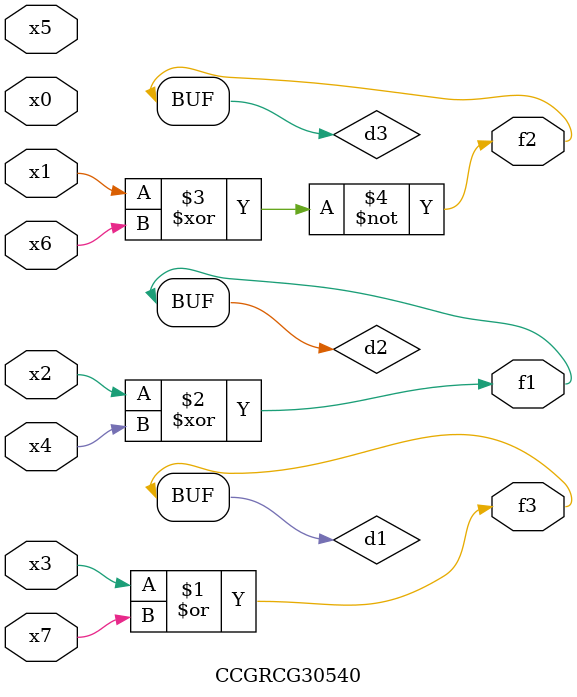
<source format=v>
module CCGRCG30540(
	input x0, x1, x2, x3, x4, x5, x6, x7,
	output f1, f2, f3
);

	wire d1, d2, d3;

	or (d1, x3, x7);
	xor (d2, x2, x4);
	xnor (d3, x1, x6);
	assign f1 = d2;
	assign f2 = d3;
	assign f3 = d1;
endmodule

</source>
